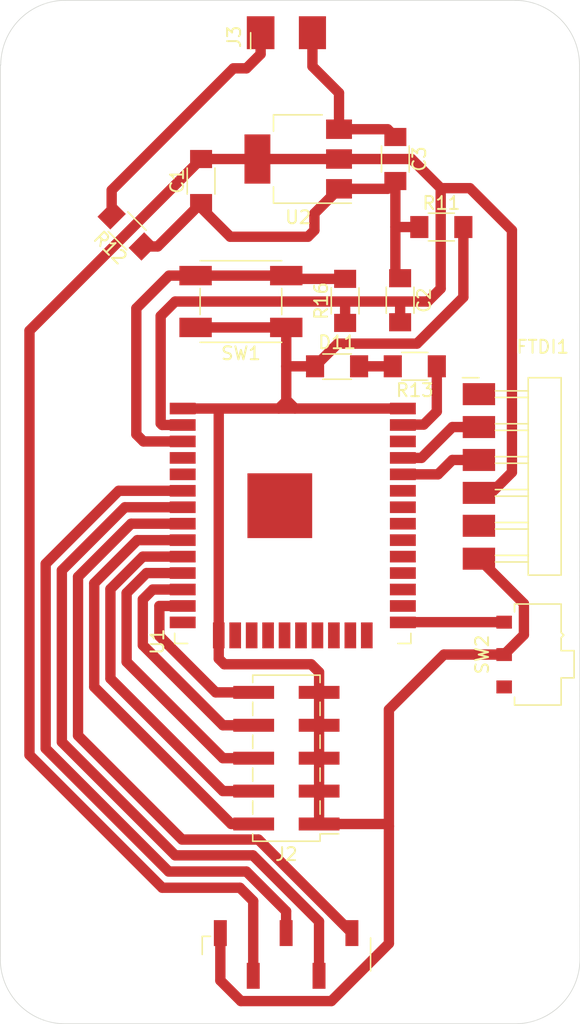
<source format=kicad_pcb>
(kicad_pcb (version 20240108) (generator "pcbnew") (generator_version "8.0")
  (layers (0 "F.Cu" signal) (31 "B.Cu" signal) (34 "B.Paste" user) (35 "F.Paste" user) (36 "B.SilkS" user "B.Silkscreen") (37 "F.SilkS" user "F.Silkscreen") (38 "B.Mask" user) (39 "F.Mask" user) (44 "Edge.Cuts" user))
  (net 0 "")
  (net 22 "PWR_GND")
  (net 23 "DT")
  (net 24 "PWR_3V3")
  (net 25 "CLK")
  (net 26 "SW")
  (net 27 "Button5")
  (net 28 "Button3")
  (net 29 "Button1")
  (net 30 "Button4")
  (net 31 "Button2")
  (net 32 "Rx")
  (net 33 "Tx")
  (net 36 "Vin")
  (net 37 "EN")
  (net 38 "IO0")
  (net 40 "DebugLED")
  (net 41 "Net-(D11-A)")
  (footprint "Fabac:PinSocket_1x02_P2.54mm_Horizontal_SMD" (layer "F.Cu") (at 147.597185 56.5 90)
    (property "Reference" "J3" (at -1.27 -2.54 -90) (layer "F.SilkS") (effects (justify left)))
    (property "Value" "Conn_PinSocket_1x02_P2.54mm_Vertical_SMD" (hide yes))
    (fp_line (start -1.27 -1.27) (end 0 -1.27) (stroke (width 0.12)) (layer "F.SilkS"))
    (pad "1" smd rect (at 0 -0.5 90) (size 2.54 2.135) (layers "F.Cu" "F.Paste" "F.Mask") (net 22 "PWR_GND"))
    (pad "2" smd rect (at 0 3.5 90) (size 2.54 2.095) (layers "F.Cu" "F.Paste" "F.Mask") (net 36 "Vin"))
  )
  (footprint "Fabac:Switch_Slide_RightAngle_CnK_AYZ0102AGRLC_7.2x3mm" (layer "F.Cu") (at 168.5 104.5 90)
    (property "Reference" "SW2" (at 0 -4.3 -90) (layer "F.SilkS"))
    (property "Value" "Switch_Slide_RightAngle_CnK")
    (fp_line (start 3.9 -1.8) (end 3.3 -1.8) (stroke (width 0.12)) (layer "F.SilkS"))
    (fp_line (start -3.9 -1.8) (end -3.3 -1.8) (stroke (width 0.12)) (layer "F.SilkS"))
    (fp_line (start -3.9 -1.8) (end -3.9 1.8) (stroke (width 0.12)) (layer "F.SilkS"))
    (fp_line (start 3.9 1.8) (end 3.9 -1.8) (stroke (width 0.12)) (layer "F.SilkS"))
    (fp_line (start 1.7 1.8) (end 3.9 1.8) (stroke (width 0.12)) (layer "F.SilkS"))
    (fp_line (start 1.3 1.8) (end 1.5 2) (stroke (width 0.12)) (layer "F.SilkS"))
    (fp_line (start 0.3 1.8) (end 1.3 1.8) (stroke (width 0.12)) (layer "F.SilkS"))
    (fp_line (start -1.8 1.8) (end -1.8 2.8) (stroke (width 0.12)) (layer "F.SilkS"))
    (fp_line (start -3.9 1.8) (end -1.8 1.8) (stroke (width 0.12)) (layer "F.SilkS"))
    (fp_line (start 1.5 2) (end 1.7 1.8) (stroke (width 0.12)) (layer "F.SilkS"))
    (fp_line (start 0.3 2.8) (end 0.3 1.8) (stroke (width 0.12)) (layer "F.SilkS"))
    (fp_line (start -1.8 2.8) (end 0.3 2.8) (stroke (width 0.12)) (layer "F.SilkS"))
    (pad "" np_thru_hole circle (at -1.5 0 90) (size 0.85 0.85) (drill 0.85) (layers "F&B.Cu" "*.Mask"))
    (pad "" np_thru_hole circle (at 1.5 0 90) (size 0.85 0.85) (drill 0.85) (layers "F&B.Cu" "*.Mask"))
    (pad "1" smd rect (at -2.5 -2.6 90) (size 1 1.2) (layers "F.Cu" "F.Paste" "F.Mask"))
    (pad "2" smd rect (at 0 -2.6 90) (size 1 1.2) (layers "F.Cu" "F.Paste" "F.Mask") (net 22 "PWR_GND"))
    (pad "3" smd rect (at 2.5 -2.6 90) (size 1 1.2) (layers "F.Cu" "F.Paste" "F.Mask") (net 38 "IO0"))
  )
  (footprint "Fabac:R_1206" (layer "F.Cu") (at 159 82.25 180)
    (property "Reference" "R13" (at 0 -1.85 180) (layer "F.SilkS"))
    (property "Value" "R_1206")
    (fp_line (start 1 1.07) (end -1 1.07) (stroke (width 0.12)) (layer "F.SilkS"))
    (fp_line (start -1 -1.07) (end 1 -1.07) (stroke (width 0.12)) (layer "F.SilkS"))
    (pad "1" smd rect (at -1.7 0 180) (size 1.4 1.7) (layers "F.Cu" "F.Paste" "F.Mask") (net 40 "DebugLED"))
    (pad "2" smd rect (at 1.7 0 180) (size 1.4 1.7) (layers "F.Cu" "F.Paste" "F.Mask") (net 41 "Net-(D11-A)"))
  )
  (footprint "Fabac:PinHeader_1x06_P2.54mm_Horizontal_SMD" (layer "F.Cu") (at 163.95 84.4)
    (property "Reference" "FTDI1" (at 7.05 -3.65 0) (layer "F.SilkS") (effects (justify right)))
    (property "Value" "Conn_PinHeader_1x06_P2.54mm_Vertical_THT_D1.4mm" (hide yes))
    (fp_line (start -1.27 -1.27) (end 0 -1.27) (stroke (width 0.12)) (layer "F.SilkS"))
    (fp_line (start 3.81 -1.27) (end 6.35 -1.27) (stroke (width 0.12)) (layer "F.SilkS"))
    (fp_line (start 3.81 -0.254) (end 1.27 -0.254) (stroke (width 0.12)) (layer "F.SilkS"))
    (fp_line (start 3.81 0.254) (end 1.27 0.254) (stroke (width 0.12)) (layer "F.SilkS"))
    (fp_line (start 3.81 2.286) (end 1.27 2.286) (stroke (width 0.12)) (layer "F.SilkS"))
    (fp_line (start 3.81 2.794) (end 1.27 2.794) (stroke (width 0.12)) (layer "F.SilkS"))
    (fp_line (start 3.81 4.826) (end 1.27 4.826) (stroke (width 0.12)) (layer "F.SilkS"))
    (fp_line (start 3.81 5.334) (end 1.27 5.334) (stroke (width 0.12)) (layer "F.SilkS"))
    (fp_line (start 3.81 7.366) (end 1.27 7.366) (stroke (width 0.12)) (layer "F.SilkS"))
    (fp_line (start 3.81 7.874) (end 1.27 7.874) (stroke (width 0.12)) (layer "F.SilkS"))
    (fp_line (start 3.81 9.906) (end 1.27 9.906) (stroke (width 0.12)) (layer "F.SilkS"))
    (fp_line (start 3.81 10.414) (end 1.27 10.414) (stroke (width 0.12)) (layer "F.SilkS"))
    (fp_line (start 3.81 12.446) (end 1.27 12.446) (stroke (width 0.12)) (layer "F.SilkS"))
    (fp_line (start 3.81 12.954) (end 1.27 12.954) (stroke (width 0.12)) (layer "F.SilkS"))
    (fp_line (start 3.81 13.97) (end 3.81 -1.27) (stroke (width 0.12)) (layer "F.SilkS"))
    (fp_line (start 6.35 -1.27) (end 6.35 13.97) (stroke (width 0.12)) (layer "F.SilkS"))
    (fp_line (start 6.35 13.97) (end 3.81 13.97) (stroke (width 0.12)) (layer "F.SilkS"))
    (pad "1" smd rect (at 0 0) (size 2.5 1.7) (layers "F.Cu" "F.Paste" "F.Mask"))
    (pad "2" smd rect (at 0 2.54) (size 2.5 1.7) (layers "F.Cu" "F.Paste" "F.Mask") (net 33 "Tx"))
    (pad "3" smd rect (at 0 5.08) (size 2.5 1.7) (layers "F.Cu" "F.Paste" "F.Mask") (net 32 "Rx"))
    (pad "4" smd rect (at 0 7.62) (size 2.5 1.7) (layers "F.Cu" "F.Paste" "F.Mask") (net 24 "PWR_3V3"))
    (pad "5" smd rect (at 0 10.16) (size 2.5 1.7) (layers "F.Cu" "F.Paste" "F.Mask"))
    (pad "6" smd rect (at 0 12.7) (size 2.5 1.7) (layers "F.Cu" "F.Paste" "F.Mask") (net 22 "PWR_GND"))
  )
  (footprint "Fabac:PinSocket_1x05_P2.54mm_Vertical_SMD" (layer "F.Cu") (at 149.065685 127.65 90)
    (property "Reference" "J1" (hide yes))
    (property "Value" "connector rotary encoder")
    (fp_line (start 1.397 -6.477) (end 0 -6.477) (stroke (width 0.12)) (layer "F.SilkS"))
    (fp_line (start 1.397 -5.842) (end 1.397 -6.477) (stroke (width 0.12)) (layer "F.SilkS"))
    (fp_line (start -1.27 6.52) (end 1.27 6.52) (stroke (width 0.12)) (layer "F.SilkS"))
    (pad "1" smd rect (at 1.65 -5.08 90) (size 2 1) (layers "F.Cu" "F.Paste" "F.Mask") (net 22 "PWR_GND"))
    (pad "2" smd rect (at -1.65 -2.54 90) (size 2 1) (layers "F.Cu" "F.Paste" "F.Mask") (net 24 "PWR_3V3"))
    (pad "3" smd rect (at 1.65 0 90) (size 2 1) (layers "F.Cu" "F.Paste" "F.Mask") (net 26 "SW"))
    (pad "4" smd rect (at -1.65 2.54 90) (size 2 1) (layers "F.Cu" "F.Paste" "F.Mask") (net 23 "DT"))
    (pad "5" smd rect (at 1.65 5.08 90) (size 2 1) (layers "F.Cu" "F.Paste" "F.Mask") (net 25 "CLK"))
  )
  (footprint "Fabac:Button_Omron_B3SN_6.0x6.0mm" (layer "F.Cu") (at 145.57562 77.25 180)
    (property "Reference" "SW1" (at 0 -4 180) (layer "F.SilkS"))
    (property "Value" "Switch_Tactile_Omron")
    (fp_line (start 3.15 3.15) (end -3.15 3.15) (stroke (width 0.12)) (layer "F.SilkS"))
    (fp_line (start 3.15 -1) (end 3.15 1) (stroke (width 0.12)) (layer "F.SilkS"))
    (fp_line (start -3.15 1) (end -3.15 -1) (stroke (width 0.12)) (layer "F.SilkS"))
    (fp_line (start -3.15 -3.15) (end 3.15 -3.15) (stroke (width 0.12)) (layer "F.SilkS"))
    (pad "1" smd rect (at -3.5 -2 180) (size 2.5 1.5) (layers "F.Cu" "F.Paste" "F.Mask") (net 22 "PWR_GND"))
    (pad "1" smd rect (at 3.5 -2 180) (size 2.5 1.5) (layers "F.Cu" "F.Paste" "F.Mask") (net 22 "PWR_GND"))
    (pad "2" smd rect (at -3.5 2 180) (size 2.5 1.5) (layers "F.Cu" "F.Paste" "F.Mask") (net 37 "EN"))
    (pad "2" smd rect (at 3.5 2 180) (size 2.5 1.5) (layers "F.Cu" "F.Paste" "F.Mask") (net 37 "EN"))
  )
  (footprint "Fabac:R_1206" (layer "F.Cu") (at 136.797918 71.797918 135)
    (property "Reference" "R12" (at 0 -1.850001 -45) (layer "F.SilkS"))
    (property "Value" "R_1206")
    (fp_line (start -1 -1.07) (end 1 -1.07) (stroke (width 0.12)) (layer "F.SilkS"))
    (fp_line (start 1 1.07) (end -1 1.07) (stroke (width 0.12)) (layer "F.SilkS"))
    (pad "1" smd rect (at -1.700001 0 135) (size 1.4 1.7) (layers "F.Cu" "F.Paste" "F.Mask") (net 22 "PWR_GND"))
    (pad "2" smd rect (at 1.700001 0 135) (size 1.4 1.7) (layers "F.Cu" "F.Paste" "F.Mask") (net 22 "PWR_GND"))
  )
  (footprint "Fabac:R_1206" (layer "F.Cu") (at 161.05 71.5)
    (property "Reference" "R11" (at 0 -1.85 0) (layer "F.SilkS"))
    (property "Value" "R_1206")
    (fp_line (start -1 -1.07) (end 1 -1.07) (stroke (width 0.12)) (layer "F.SilkS"))
    (fp_line (start 1 1.07) (end -1 1.07) (stroke (width 0.12)) (layer "F.SilkS"))
    (pad "1" smd rect (at -1.7 0) (size 1.4 1.7) (layers "F.Cu" "F.Paste" "F.Mask") (net 22 "PWR_GND"))
    (pad "2" smd rect (at 1.7 0) (size 1.4 1.7) (layers "F.Cu" "F.Paste" "F.Mask") (net 22 "PWR_GND"))
  )
  (footprint "Fabac:C_1206" (layer "F.Cu") (at 157.5 66.25 -90)
    (property "Reference" "C3" (at 0 -1.85 90) (layer "F.SilkS"))
    (property "Value" "10uF")
    (fp_line (start 1 1.07) (end -1 1.07) (stroke (width 0.12)) (layer "F.SilkS"))
    (fp_line (start -1 -1.07) (end 1 -1.07) (stroke (width 0.12)) (layer "F.SilkS"))
    (pad "1" smd rect (at -1.7 0 270) (size 1.4 1.7) (layers "F.Cu" "F.Paste" "F.Mask") (net 36 "Vin"))
    (pad "2" smd rect (at 1.7 0 270) (size 1.4 1.7) (layers "F.Cu" "F.Paste" "F.Mask") (net 22 "PWR_GND"))
  )
  (footprint "Fabac:ESP32-WROOM-32E" (layer "F.Cu") (at 149.578572 93.765)
    (property "Reference" "U1" (at -10.45 9.735 90) (layer "F.SilkS"))
    (property "Value" "Radio_ESP32-WROOM-32E")
    (fp_line (start -9.12 9.1) (end -9.12 9.88) (stroke (width 0.12)) (layer "F.SilkS"))
    (fp_line (start -9.12 9.88) (end -8.12 9.88) (stroke (width 0.12)) (layer "F.SilkS"))
    (fp_line (start 9.12 9.1) (end 9.12 9.88) (stroke (width 0.12)) (layer "F.SilkS"))
    (fp_line (start 9.12 9.88) (end 8.12 9.88) (stroke (width 0.12)) (layer "F.SilkS"))
    (pad "1" smd rect (at -8.5 -8.255) (size 2 0.9) (layers "F.Cu" "F.Paste" "F.Mask") (net 22 "PWR_GND"))
    (pad "2" smd rect (at -8.5 -6.985) (size 2 0.9) (layers "F.Cu" "F.Paste" "F.Mask") (net 24 "PWR_3V3"))
    (pad "3" smd rect (at -8.5 -5.715) (size 2 0.9) (layers "F.Cu" "F.Paste" "F.Mask") (net 37 "EN"))
    (pad "4" smd rect (at -8.5 -4.445) (size 2 0.9) (layers "F.Cu" "F.Paste" "F.Mask"))
    (pad "5" smd rect (at -8.5 -3.175) (size 2 0.9) (layers "F.Cu" "F.Paste" "F.Mask"))
    (pad "6" smd rect (at -8.5 -1.905) (size 2 0.9) (layers "F.Cu" "F.Paste" "F.Mask") (net 26 "SW"))
    (pad "7" smd rect (at -8.5 -0.635) (size 2 0.9) (layers "F.Cu" "F.Paste" "F.Mask") (net 23 "DT"))
    (pad "8" smd rect (at -8.5 0.635) (size 2 0.9) (layers "F.Cu" "F.Paste" "F.Mask") (net 25 "CLK"))
    (pad "9" smd rect (at -8.5 1.905) (size 2 0.9) (layers "F.Cu" "F.Paste" "F.Mask") (net 29 "Button1"))
    (pad "10" smd rect (at -8.5 3.175) (size 2 0.9) (layers "F.Cu" "F.Paste" "F.Mask") (net 31 "Button2"))
    (pad "11" smd rect (at -8.5 4.445) (size 2 0.9) (layers "F.Cu" "F.Paste" "F.Mask") (net 28 "Button3"))
    (pad "12" smd rect (at -8.5 5.715) (size 2 0.9) (layers "F.Cu" "F.Paste" "F.Mask") (net 30 "Button4"))
    (pad "13" smd rect (at -8.5 6.985) (size 2 0.9) (layers "F.Cu" "F.Paste" "F.Mask") (net 27 "Button5"))
    (pad "14" smd rect (at -8.5 8.255) (size 2 0.9) (layers "F.Cu" "F.Paste" "F.Mask"))
    (pad "15" smd rect (at -5.715 9.255 90) (size 2 0.9) (layers "F.Cu" "F.Paste" "F.Mask") (net 22 "PWR_GND"))
    (pad "16" smd rect (at -4.445 9.255 90) (size 2 0.9) (layers "F.Cu" "F.Paste" "F.Mask"))
    (pad "17" smd rect (at -3.175 9.255 90) (size 2 0.9) (layers "F.Cu" "F.Paste" "F.Mask"))
    (pad "18" smd rect (at -1.905 9.255 90) (size 2 0.9) (layers "F.Cu" "F.Paste" "F.Mask"))
    (pad "19" smd rect (at -0.635 9.255 90) (size 2 0.9) (layers "F.Cu" "F.Paste" "F.Mask"))
    (pad "20" smd rect (at 0.635 9.255 90) (size 2 0.9) (layers "F.Cu" "F.Paste" "F.Mask"))
    (pad "21" smd rect (at 1.905 9.255 90) (size 2 0.9) (layers "F.Cu" "F.Paste" "F.Mask"))
    (pad "22" smd rect (at 3.175 9.255 90) (size 2 0.9) (layers "F.Cu" "F.Paste" "F.Mask"))
    (pad "23" smd rect (at 4.445 9.255 90) (size 2 0.9) (layers "F.Cu" "F.Paste" "F.Mask"))
    (pad "24" smd rect (at 5.715 9.255 90) (size 2 0.9) (layers "F.Cu" "F.Paste" "F.Mask"))
    (pad "25" smd rect (at 8.5 8.255) (size 2 0.9) (layers "F.Cu" "F.Paste" "F.Mask") (net 38 "IO0"))
    (pad "26" smd rect (at 8.5 6.985) (size 2 0.9) (layers "F.Cu" "F.Paste" "F.Mask"))
    (pad "27" smd rect (at 8.5 5.715) (size 2 0.9) (layers "F.Cu" "F.Paste" "F.Mask"))
    (pad "28" smd rect (at 8.5 4.445) (size 2 0.9) (layers "F.Cu" "F.Paste" "F.Mask"))
    (pad "29" smd rect (at 8.5 3.175) (size 2 0.9) (layers "F.Cu" "F.Paste" "F.Mask"))
    (pad "30" smd rect (at 8.5 1.905) (size 2 0.9) (layers "F.Cu" "F.Paste" "F.Mask"))
    (pad "31" smd rect (at 8.5 0.635) (size 2 0.9) (layers "F.Cu" "F.Paste" "F.Mask"))
    (pad "32" smd rect (at 8.5 -0.635) (size 2 0.9) (layers "F.Cu" "F.Paste" "F.Mask"))
    (pad "33" smd rect (at 8.5 -1.905) (size 2 0.9) (layers "F.Cu" "F.Paste" "F.Mask"))
    (pad "34" smd rect (at 8.5 -3.175) (size 2 0.9) (layers "F.Cu" "F.Paste" "F.Mask") (net 32 "Rx"))
    (pad "35" smd rect (at 8.5 -4.445) (size 2 0.9) (layers "F.Cu" "F.Paste" "F.Mask") (net 33 "Tx"))
    (pad "36" smd rect (at 8.5 -5.715) (size 2 0.9) (layers "F.Cu" "F.Paste" "F.Mask"))
    (pad "37" smd rect (at 8.5 -6.985) (size 2 0.9) (layers "F.Cu" "F.Paste" "F.Mask") (net 40 "DebugLED"))
    (pad "38" smd rect (at 8.5 -8.255) (size 2 0.9) (layers "F.Cu" "F.Paste" "F.Mask") (net 22 "PWR_GND"))
    (pad "39" smd rect (at -1 -0.755) (size 5 5) (layers "F.Cu" "F.Paste" "F.Mask") (net 22 "PWR_GND"))
  )
  (footprint "Fabac:C_1206" (layer "F.Cu") (at 142.5 67.95 90)
    (property "Reference" "C1" (at 0 -1.85 -90) (layer "F.SilkS"))
    (property "Value" "1uF")
    (fp_line (start -1 -1.07) (end 1 -1.07) (stroke (width 0.12)) (layer "F.SilkS"))
    (fp_line (start 1 1.07) (end -1 1.07) (stroke (width 0.12)) (layer "F.SilkS"))
    (pad "1" smd rect (at -1.7 0 90) (size 1.4 1.7) (layers "F.Cu" "F.Paste" "F.Mask") (net 22 "PWR_GND"))
    (pad "2" smd rect (at 1.7 0 90) (size 1.4 1.7) (layers "F.Cu" "F.Paste" "F.Mask") (net 24 "PWR_3V3"))
  )
  (footprint "Fabac:SOT-223-3_TabPin2" (layer "F.Cu") (at 150 66.25 180)
    (property "Reference" "U2" (at 0 -4.5 180) (layer "F.SilkS"))
    (property "Value" "Regulator_Linear_3.3V_1A_DiodesIncorporated")
    (fp_line (start 1.91 3.41) (end 1.91 2.15) (stroke (width 0.12)) (layer "F.SilkS"))
    (fp_line (start 1.91 -3.41) (end 1.91 -2.15) (stroke (width 0.12)) (layer "F.SilkS"))
    (fp_line (start -1.85 3.41) (end 1.91 3.41) (stroke (width 0.12)) (layer "F.SilkS"))
    (fp_line (start -4.1 -3.41) (end 1.91 -3.41) (stroke (width 0.12)) (layer "F.SilkS"))
    (pad "1" smd rect (at -3.15 -2.3 180) (size 2 1.5) (layers "F.Cu" "F.Paste" "F.Mask") (net 22 "PWR_GND"))
    (pad "2" smd rect (at -3.15 0 180) (size 2 1.5) (layers "F.Cu" "F.Paste" "F.Mask") (net 24 "PWR_3V3"))
    (pad "2" smd rect (at 3.15 0 180) (size 2 3.8) (layers "F.Cu" "F.Paste" "F.Mask") (net 24 "PWR_3V3"))
    (pad "3" smd rect (at -3.15 2.3 180) (size 2 1.5) (layers "F.Cu" "F.Paste" "F.Mask") (net 36 "Vin"))
  )
  (footprint "Fabac:R_1206" (layer "F.Cu") (at 153.62187 77.2 90)
    (property "Reference" "R16" (at 0 -1.85 -90) (layer "F.SilkS"))
    (property "Value" "10K")
    (fp_line (start -1 -1.07) (end 1 -1.07) (stroke (width 0.12)) (layer "F.SilkS"))
    (fp_line (start 1 1.07) (end -1 1.07) (stroke (width 0.12)) (layer "F.SilkS"))
    (pad "1" smd rect (at -1.7 0 90) (size 1.4 1.7) (layers "F.Cu" "F.Paste" "F.Mask") (net 24 "PWR_3V3"))
    (pad "2" smd rect (at 1.7 0 90) (size 1.4 1.7) (layers "F.Cu" "F.Paste" "F.Mask") (net 37 "EN"))
  )
  (footprint "Fabac:C_1206" (layer "F.Cu") (at 157.86812 77.15 -90)
    (property "Reference" "C2" (at 0 -1.85 90) (layer "F.SilkS"))
    (property "Value" "0.1uF")
    (fp_line (start 1 1.07) (end -1 1.07) (stroke (width 0.12)) (layer "F.SilkS"))
    (fp_line (start -1 -1.07) (end 1 -1.07) (stroke (width 0.12)) (layer "F.SilkS"))
    (pad "1" smd rect (at -1.7 0 270) (size 1.4 1.7) (layers "F.Cu" "F.Paste" "F.Mask") (net 22 "PWR_GND"))
    (pad "2" smd rect (at 1.7 0 270) (size 1.4 1.7) (layers "F.Cu" "F.Paste" "F.Mask") (net 24 "PWR_3V3"))
  )
  (footprint "Connector_PinHeader_2.54mm:PinHeader_2x05_P2.54mm_Vertical_SMD" (layer "F.Cu") (at 149.087185 112.5 180)
    (property "Reference" "J2" (at 0 -7.41 180) (layer "F.SilkS"))
    (property "Value" "Button Connector")
    (fp_line (start 2.6 5.84) (end 2.6 6.41) (stroke (width 0.12)) (layer "F.SilkS"))
    (fp_line (start 2.6 3.3) (end 2.6 4.32) (stroke (width 0.12)) (layer "F.SilkS"))
    (fp_line (start 2.6 0.76) (end 2.6 1.78) (stroke (width 0.12)) (layer "F.SilkS"))
    (fp_line (start 2.6 -1.78) (end 2.6 -0.76) (stroke (width 0.12)) (layer "F.SilkS"))
    (fp_line (start 2.6 -4.32) (end 2.6 -3.3) (stroke (width 0.12)) (layer "F.SilkS"))
    (fp_line (start 2.6 -6.41) (end 2.6 -5.84) (stroke (width 0.12)) (layer "F.SilkS"))
    (fp_line (start -2.6 6.41) (end 2.6 6.41) (stroke (width 0.12)) (layer "F.SilkS"))
    (fp_line (start -2.6 5.84) (end -2.6 6.41) (stroke (width 0.12)) (layer "F.SilkS"))
    (fp_line (start -2.6 3.3) (end -2.6 4.32) (stroke (width 0.12)) (layer "F.SilkS"))
    (fp_line (start -2.6 0.76) (end -2.6 1.78) (stroke (width 0.12)) (layer "F.SilkS"))
    (fp_line (start -2.6 -1.78) (end -2.6 -0.76) (stroke (width 0.12)) (layer "F.SilkS"))
    (fp_line (start -2.6 -4.32) (end -2.6 -3.3) (stroke (width 0.12)) (layer "F.SilkS"))
    (fp_line (start -2.6 -6.41) (end 2.6 -6.41) (stroke (width 0.12)) (layer "F.SilkS"))
    (fp_line (start -2.6 -6.41) (end -2.6 -5.84) (stroke (width 0.12)) (layer "F.SilkS"))
    (fp_line (start -4.04 -5.84) (end -2.6 -5.84) (stroke (width 0.12)) (layer "F.SilkS"))
    (pad "1" smd rect (at -2.525 -5.08 180) (size 3.15 1) (layers "F.Cu" "F.Paste" "F.Mask") (net 22 "PWR_GND"))
    (pad "2" smd rect (at 2.525 -5.08 180) (size 3.15 1) (layers "F.Cu" "F.Paste" "F.Mask") (net 29 "Button1"))
    (pad "3" smd rect (at -2.525 -2.54 180) (size 3.15 1) (layers "F.Cu" "F.Paste" "F.Mask") (net 22 "PWR_GND"))
    (pad "4" smd rect (at 2.525 -2.54 180) (size 3.15 1) (layers "F.Cu" "F.Paste" "F.Mask") (net 31 "Button2"))
    (pad "5" smd rect (at -2.525 0 180) (size 3.15 1) (layers "F.Cu" "F.Paste" "F.Mask") (net 22 "PWR_GND"))
    (pad "6" smd rect (at 2.525 0 180) (size 3.15 1) (layers "F.Cu" "F.Paste" "F.Mask") (net 28 "Button3"))
    (pad "7" smd rect (at -2.525 2.54 180) (size 3.15 1) (layers "F.Cu" "F.Paste" "F.Mask") (net 22 "PWR_GND"))
    (pad "8" smd rect (at 2.525 2.54 180) (size 3.15 1) (layers "F.Cu" "F.Paste" "F.Mask") (net 30 "Button4"))
    (pad "9" smd rect (at -2.525 5.08 180) (size 3.15 1) (layers "F.Cu" "F.Paste" "F.Mask") (net 22 "PWR_GND"))
    (pad "10" smd rect (at 2.525 5.08 180) (size 3.15 1) (layers "F.Cu" "F.Paste" "F.Mask") (net 27 "Button5"))
  )
  (footprint "Fabac:LED_1206" (layer "F.Cu") (at 153 82.25)
    (property "Reference" "D11" (at 0 -1.85 0) (layer "F.SilkS"))
    (property "Value" "LED_1206")
    (fp_line (start -1.1 -0.95) (end 1.1 -0.95) (stroke (width 0.12)) (layer "F.SilkS"))
    (fp_line (start -1.1 1) (end 1.1 1) (stroke (width 0.12)) (layer "F.SilkS"))
    (pad "1" smd rect (at -1.7 0) (size 1.4 1.7) (layers "F.Cu" "F.Paste" "F.Mask") (net 22 "PWR_GND"))
    (pad "2" smd rect (at 1.7 0) (size 1.4 1.7) (layers "F.Cu" "F.Paste" "F.Mask") (net 41 "Net-(D11-A)"))
  )
  (gr_arc (start 132 133) (mid 128.464466 131.535534) (end 127 128) (stroke (width 0.05)) (layer "Edge.Cuts"))
  (gr_line (start 166.75 133) (end 132 133) (stroke (width 0.05)) (layer "Edge.Cuts"))
  (gr_line (start 127 59) (end 127 128) (stroke (width 0.05)) (layer "Edge.Cuts"))
  (gr_line (start 132 54) (end 167 54) (stroke (width 0.05)) (layer "Edge.Cuts"))
  (gr_line (start 171.75 128) (end 171.714466 59) (stroke (width 0.05)) (layer "Edge.Cuts"))
  (gr_arc (start 166.714466 54) (mid 170.25 55.464466) (end 171.714466 59) (stroke (width 0.05)) (layer "Edge.Cuts"))
  (gr_arc (start 171.75 128) (mid 170.285534 131.535534) (end 166.75 133) (stroke (width 0.05)) (layer "Edge.Cuts"))
  (gr_arc (start 127.035534 59) (mid 128.5 55.464466) (end 132.035534 54) (stroke (width 0.05)) (layer "Edge.Cuts"))
  (segment (start 151 105.25) (end 151.612185 105.862185) (width 0.8) (layer "F.Cu") (net 22))
  (segment (start 145.575685 131.25) (end 152.555685 131.25) (width 0.8) (layer "F.Cu") (net 22))
  (segment (start 167.425 102.975) (end 165.9 104.5) (width 0.8) (layer "F.Cu") (net 22))
  (segment (start 150.75 72.25) (end 151.25 71.75) (width 0.8) (layer "F.Cu") (net 22))
  (segment (start 149.07562 84.93438) (end 148.5 85.51) (width 0.8) (layer "F.Cu") (net 22))
  (segment (start 149.07562 82.25) (end 149.07562 84.83562) (width 0.8) (layer "F.Cu") (net 22))
  (segment (start 138 73) (end 139.15 73) (width 0.8) (layer "F.Cu") (net 22))
  (segment (start 153.15 68.55) (end 156.9 68.55) (width 0.8) (layer "F.Cu") (net 22))
  (segment (start 144.75 72.25) (end 150.75 72.25) (width 0.8) (layer "F.Cu") (net 22))
  (segment (start 149.75 85.51) (end 158.078572 85.51) (width 0.8) (layer "F.Cu") (net 22))
  (segment (start 157 117.75) (end 157 108.75) (width 0.8) (layer "F.Cu") (net 22))
  (segment (start 141.078572 85.51) (end 143.878572 85.51) (width 0.8) (layer "F.Cu") (net 22))
  (segment (start 163.95 97.1) (end 167.425 100.575) (width 0.8) (layer "F.Cu") (net 22))
  (segment (start 149.07562 79.25) (end 149.07562 82.25) (width 0.8) (layer "F.Cu") (net 22))
  (segment (start 142.5 69.65) (end 142.5 70) (width 0.8) (layer "F.Cu") (net 22))
  (segment (start 146 59.25) (end 147.097185 58.152815) (width 0.8) (layer "F.Cu") (net 22))
  (segment (start 139.15 73) (end 142.5 69.65) (width 0.8) (layer "F.Cu") (net 22))
  (segment (start 135.595836 68.654164) (end 145 59.25) (width 0.8) (layer "F.Cu") (net 22))
  (segment (start 147.097185 58.152815) (end 147.097185 56.5) (width 0.8) (layer "F.Cu") (net 22))
  (segment (start 143.863572 103.02) (end 143.863572 104.82) (width 0.8) (layer "F.Cu") (net 22))
  (segment (start 151.3 82.25) (end 149.07562 82.25) (width 0.8) (layer "F.Cu") (net 22))
  (segment (start 157.5 67.95) (end 157.5 71.5) (width 0.8) (layer "F.Cu") (net 22))
  (segment (start 151.25 70.45) (end 153.15 68.55) (width 0.8) (layer "F.Cu") (net 22))
  (segment (start 162.75 76.91812) (end 159.16812 80.5) (width 0.8) (layer "F.Cu") (net 22))
  (segment (start 167.425 100.575) (end 167.425 102.975) (width 0.8) (layer "F.Cu") (net 22))
  (segment (start 162.75 71.5) (end 162.75 76.91812) (width 0.8) (layer "F.Cu") (net 22))
  (segment (start 157 108.75) (end 161.25 104.5) (width 0.8) (layer "F.Cu") (net 22))
  (segment (start 159.35 71.5) (end 157.5 71.5) (width 0.8) (layer "F.Cu") (net 22))
  (segment (start 157 126.805685) (end 157 117.75) (width 0.8) (layer "F.Cu") (net 22))
  (segment (start 157.5 75.08188) (end 157.86812 75.45) (width 0.8) (layer "F.Cu") (net 22))
  (segment (start 156.9 68.55) (end 157.5 67.95) (width 0.8) (layer "F.Cu") (net 22))
  (segment (start 153.05 80.5) (end 151.3 82.25) (width 0.8) (layer "F.Cu") (net 22))
  (segment (start 151.612185 117.58) (end 156.83 117.58) (width 0.8) (layer "F.Cu") (net 22))
  (segment (start 143.863572 85.525) (end 143.878572 85.51) (width 0.8) (layer "F.Cu") (net 22))
  (segment (start 159.16812 80.5) (end 153.05 80.5) (width 0.8) (layer "F.Cu") (net 22))
  (segment (start 135.595836 70.595836) (end 135.595836 68.654164) (width 0.8) (layer "F.Cu") (net 22))
  (segment (start 143.863572 104.82) (end 144.293572 105.25) (width 0.8) (layer "F.Cu") (net 22))
  (segment (start 157.5 71.5) (end 157.5 75.08188) (width 0.8) (layer "F.Cu") (net 22))
  (segment (start 142.07562 79.25) (end 149.07562 79.25) (width 0.8) (layer "F.Cu") (net 22))
  (segment (start 143.863572 103.02) (end 143.863572 85.525) (width 0.8) (layer "F.Cu") (net 22))
  (segment (start 143.878572 85.51) (end 148.5 85.51) (width 0.8) (layer "F.Cu") (net 22))
  (segment (start 149.07562 84.83562) (end 149.07562 84.93438) (width 0.8) (layer "F.Cu") (net 22))
  (segment (start 149.07562 84.83562) (end 149.75 85.51) (width 0.8) (layer "F.Cu") (net 22))
  (segment (start 152.555685 131.25) (end 157 126.805685) (width 0.8) (layer "F.Cu") (net 22))
  (segment (start 145 59.25) (end 146 59.25) (width 0.8) (layer "F.Cu") (net 22))
  (segment (start 142.5 70) (end 144.75 72.25) (width 0.8) (layer "F.Cu") (net 22))
  (segment (start 156.83 117.58) (end 157 117.75) (width 0.8) (layer "F.Cu") (net 22))
  (segment (start 148.5 85.51) (end 149.75 85.51) (width 0.8) (layer "F.Cu") (net 22))
  (segment (start 144.293572 105.25) (end 151 105.25) (width 0.8) (layer "F.Cu") (net 22))
  (segment (start 143.985685 129.66) (end 145.575685 131.25) (width 0.8) (layer "F.Cu") (net 22))
  (segment (start 143.985685 126) (end 143.985685 129.66) (width 0.8) (layer "F.Cu") (net 22))
  (segment (start 151.25 71.75) (end 151.25 70.45) (width 0.8) (layer "F.Cu") (net 22))
  (segment (start 151.612185 105.862185) (end 151.612185 117.58) (width 0.8) (layer "F.Cu") (net 22))
  (segment (start 161.25 104.5) (end 165.9 104.5) (width 0.8) (layer "F.Cu") (net 22))
  (segment (start 146.5 120) (end 140.5 120) (width 0.8) (layer "F.Cu") (net 23))
  (segment (start 151.605685 129.3) (end 151.605685 125.105685) (width 0.8) (layer "F.Cu") (net 23))
  (segment (start 131.75 98) (end 136.62 93.13) (width 0.8) (layer "F.Cu") (net 23))
  (segment (start 131.75 111.25) (end 131.75 98) (width 0.8) (layer "F.Cu") (net 23))
  (segment (start 140.5 120) (end 131.75 111.25) (width 0.8) (layer "F.Cu") (net 23))
  (segment (start 151.605685 125.105685) (end 146.5 120) (width 0.8) (layer "F.Cu") (net 23))
  (segment (start 136.62 93.13) (end 141.078572 93.13) (width 0.8) (layer "F.Cu") (net 23))
  (segment (start 139.5 122.5) (end 129.25 112.25) (width 0.8) (layer "F.Cu") (net 24))
  (segment (start 153.62187 78.9) (end 153.62187 77.37187) (width 0.8) (layer "F.Cu") (net 24))
  (segment (start 161 76.25) (end 160 77.25) (width 0.8) (layer "F.Cu") (net 24))
  (segment (start 157.86812 78.85) (end 157.86812 77.36812) (width 0.8) (layer "F.Cu") (net 24))
  (segment (start 139.498572 86.78) (end 141.078572 86.78) (width 0.8) (layer "F.Cu") (net 24))
  (segment (start 146.85 66.25) (end 153.15 66.25) (width 0.8) (layer "F.Cu") (net 24))
  (segment (start 139.378572 78.371428) (end 139.378572 86.66) (width 0.8) (layer "F.Cu") (net 24))
  (segment (start 146.525685 123.525685) (end 145.5 122.5) (width 0.8) (layer "F.Cu") (net 24))
  (segment (start 163.95 92.02) (end 164.91 92.02) (width 0.8) (layer "F.Cu") (net 24))
  (segment (start 153.15 66.25) (end 158.75 66.25) (width 0.8) (layer "F.Cu") (net 24))
  (segment (start 163.25 68.5) (end 161 68.5) (width 0.8) (layer "F.Cu") (net 24))
  (segment (start 158.75 66.25) (end 161 68.5) (width 0.8) (layer "F.Cu") (net 24))
  (segment (start 166.5 90.43) (end 166.5 71.75) (width 0.8) (layer "F.Cu") (net 24))
  (segment (start 160 77.25) (end 140.5 77.25) (width 0.8) (layer "F.Cu") (net 24))
  (segment (start 142.5 66.25) (end 146.85 66.25) (width 0.8) (layer "F.Cu") (net 24))
  (segment (start 164.91 92.02) (end 166.5 90.43) (width 0.8) (layer "F.Cu") (net 24))
  (segment (start 129.25 112.25) (end 129.25 79.5) (width 0.8) (layer "F.Cu") (net 24))
  (segment (start 145.5 122.5) (end 139.5 122.5) (width 0.8) (layer "F.Cu") (net 24))
  (segment (start 140.5 77.25) (end 139.378572 78.371428) (width 0.8) (layer "F.Cu") (net 24))
  (segment (start 129.25 79.5) (end 142.5 66.25) (width 0.8) (layer "F.Cu") (net 24))
  (segment (start 146.525685 129.3) (end 146.525685 123.525685) (width 0.8) (layer "F.Cu") (net 24))
  (segment (start 139.378572 86.66) (end 139.498572 86.78) (width 0.8) (layer "F.Cu") (net 24))
  (segment (start 166.5 71.75) (end 163.25 68.5) (width 0.8) (layer "F.Cu") (net 24))
  (segment (start 161 68.5) (end 161 76.25) (width 0.8) (layer "F.Cu") (net 24))
  (segment (start 133 98.5) (end 137.1 94.4) (width 0.8) (layer "F.Cu") (net 25))
  (segment (start 133 110.75) (end 133 98.5) (width 0.8) (layer "F.Cu") (net 25))
  (segment (start 146.925685 118.78) (end 141.03 118.78) (width 0.8) (layer "F.Cu") (net 25))
  (segment (start 154.145685 126) (end 146.925685 118.78) (width 0.8) (layer "F.Cu") (net 25))
  (segment (start 141.03 118.78) (end 133 110.75) (width 0.8) (layer "F.Cu") (net 25))
  (segment (start 137.1 94.4) (end 141.078572 94.4) (width 0.8) (layer "F.Cu") (net 25))
  (segment (start 130.5 97.5) (end 136.14 91.86) (width 0.8) (layer "F.Cu") (net 26))
  (segment (start 146 121.25) (end 140 121.25) (width 0.8) (layer "F.Cu") (net 26))
  (segment (start 130.5 111.75) (end 130.5 97.5) (width 0.8) (layer "F.Cu") (net 26))
  (segment (start 149.065685 124.315685) (end 146 121.25) (width 0.8) (layer "F.Cu") (net 26))
  (segment (start 140 121.25) (end 130.5 111.75) (width 0.8) (layer "F.Cu") (net 26))
  (segment (start 149.065685 126) (end 149.065685 124.315685) (width 0.8) (layer "F.Cu") (net 26))
  (segment (start 136.14 91.86) (end 141.078572 91.86) (width 0.8) (layer "F.Cu") (net 26))
  (segment (start 139.278572 100.75) (end 139.278572 103.07) (width 0.8) (layer "F.Cu") (net 27))
  (segment (start 141.078572 100.75) (end 139.278572 100.75) (width 0.8) (layer "F.Cu") (net 27))
  (segment (start 143.628572 107.42) (end 146.562185 107.42) (width 0.8) (layer "F.Cu") (net 27))
  (segment (start 139.278572 103.07) (end 143.628572 107.42) (width 0.8) (layer "F.Cu") (net 27))
  (segment (start 141.078572 98.21) (end 138.29 98.21) (width 0.8) (layer "F.Cu") (net 28))
  (segment (start 138.29 98.21) (end 136.75 99.75) (width 0.8) (layer "F.Cu") (net 28))
  (segment (start 144.187185 112.5) (end 146.562185 112.5) (width 0.8) (layer "F.Cu") (net 28))
  (segment (start 136.75 105.062815) (end 144.187185 112.5) (width 0.8) (layer "F.Cu") (net 28))
  (segment (start 136.75 99.75) (end 136.75 105.062815) (width 0.8) (layer "F.Cu") (net 28))
  (segment (start 146.562185 117.58) (end 144.83 117.58) (width 0.8) (layer "F.Cu") (net 29))
  (segment (start 134.25 99) (end 137.58 95.67) (width 0.8) (layer "F.Cu") (net 29))
  (segment (start 144.83 117.58) (end 134.25 107) (width 0.8) (layer "F.Cu") (net 29))
  (segment (start 137.58 95.67) (end 141.078572 95.67) (width 0.8) (layer "F.Cu") (net 29))
  (segment (start 134.25 107) (end 134.25 99) (width 0.8) (layer "F.Cu") (net 29))
  (segment (start 146.562185 109.96) (end 144.187185 109.96) (width 0.8) (layer "F.Cu") (net 30))
  (segment (start 138 100.25) (end 138.77 99.48) (width 0.8) (layer "F.Cu") (net 30))
  (segment (start 144.187185 109.96) (end 138 103.772815) (width 0.8) (layer "F.Cu") (net 30))
  (segment (start 138.77 99.48) (end 141.078572 99.48) (width 0.8) (layer "F.Cu") (net 30))
  (segment (start 138 103.772815) (end 138 100.25) (width 0.8) (layer "F.Cu") (net 30))
  (segment (start 135.5 99.444366) (end 138.004366 96.94) (width 0.8) (layer "F.Cu") (net 31))
  (segment (start 135.5 106.352815) (end 135.5 99.444366) (width 0.8) (layer "F.Cu") (net 31))
  (segment (start 144.187185 115.04) (end 135.5 106.352815) (width 0.8) (layer "F.Cu") (net 31))
  (segment (start 146.562185 115.04) (end 144.187185 115.04) (width 0.8) (layer "F.Cu") (net 31))
  (segment (start 138.004366 96.94) (end 141.078572 96.94) (width 0.8) (layer "F.Cu") (net 31))
  (segment (start 163.95 89.48) (end 161.9 89.48) (width 0.8) (layer "F.Cu") (net 32))
  (segment (start 160.79 90.59) (end 158.078572 90.59) (width 0.8) (layer "F.Cu") (net 32))
  (segment (start 161.9 89.48) (end 160.79 90.59) (width 0.8) (layer "F.Cu") (net 32))
  (segment (start 159.52 89.32) (end 158.078572 89.32) (width 0.8) (layer "F.Cu") (net 33))
  (segment (start 163.95 86.94) (end 161.9 86.94) (width 0.8) (layer "F.Cu") (net 33))
  (segment (start 161.9 86.94) (end 159.52 89.32) (width 0.8) (layer "F.Cu") (net 33))
  (segment (start 151.097185 59.097185) (end 151.097185 56.5) (width 0.8) (layer "F.Cu") (net 36))
  (segment (start 156.9 63.95) (end 157.5 64.55) (width 0.8) (layer "F.Cu") (net 36))
  (segment (start 153.15 61.15) (end 153.15 63.95) (width 0.8) (layer "F.Cu") (net 36))
  (segment (start 153.15 63.95) (end 156.9 63.95) (width 0.8) (layer "F.Cu") (net 36))
  (segment (start 153.15 61.15) (end 151.097185 59.097185) (width 0.8) (layer "F.Cu") (net 36))
  (segment (start 149.32562 75.5) (end 149.07562 75.25) (width 0.8) (layer "F.Cu") (net 37))
  (segment (start 142.07562 75.25) (end 140.02562 75.25) (width 0.8) (layer "F.Cu") (net 37))
  (segment (start 137.5 77.77562) (end 137.5 87.5) (width 0.8) (layer "F.Cu") (net 37))
  (segment (start 149.07562 75.25) (end 142.07562 75.25) (width 0.8) (layer "F.Cu") (net 37))
  (segment (start 138.05 88.05) (end 141.078572 88.05) (width 0.8) (layer "F.Cu") (net 37))
  (segment (start 140.02562 75.25) (end 137.5 77.77562) (width 0.8) (layer "F.Cu") (net 37))
  (segment (start 153.62187 75.5) (end 149.32562 75.5) (width 0.8) (layer "F.Cu") (net 37))
  (segment (start 137.5 87.5) (end 138.05 88.05) (width 0.8) (layer "F.Cu") (net 37))
  (segment (start 158.098572 102) (end 158.078572 102.02) (width 0.8) (layer "F.Cu") (net 38))
  (segment (start 165.9 102) (end 158.098572 102) (width 0.8) (layer "F.Cu") (net 38))
  (segment (start 159.688572 86.75) (end 160.7 85.738572) (width 0.8) (layer "F.Cu") (net 40))
  (segment (start 158.108572 86.75) (end 159.688572 86.75) (width 0.8) (layer "F.Cu") (net 40))
  (segment (start 160.7 85.738572) (end 160.7 82.25) (width 0.8) (layer "F.Cu") (net 40))
  (segment (start 158.078572 86.78) (end 158.108572 86.75) (width 0.8) (layer "F.Cu") (net 40))
  (segment (start 157.3 82.25) (end 154.7 82.25) (width 0.8) (layer "F.Cu") (net 41))
)
</source>
